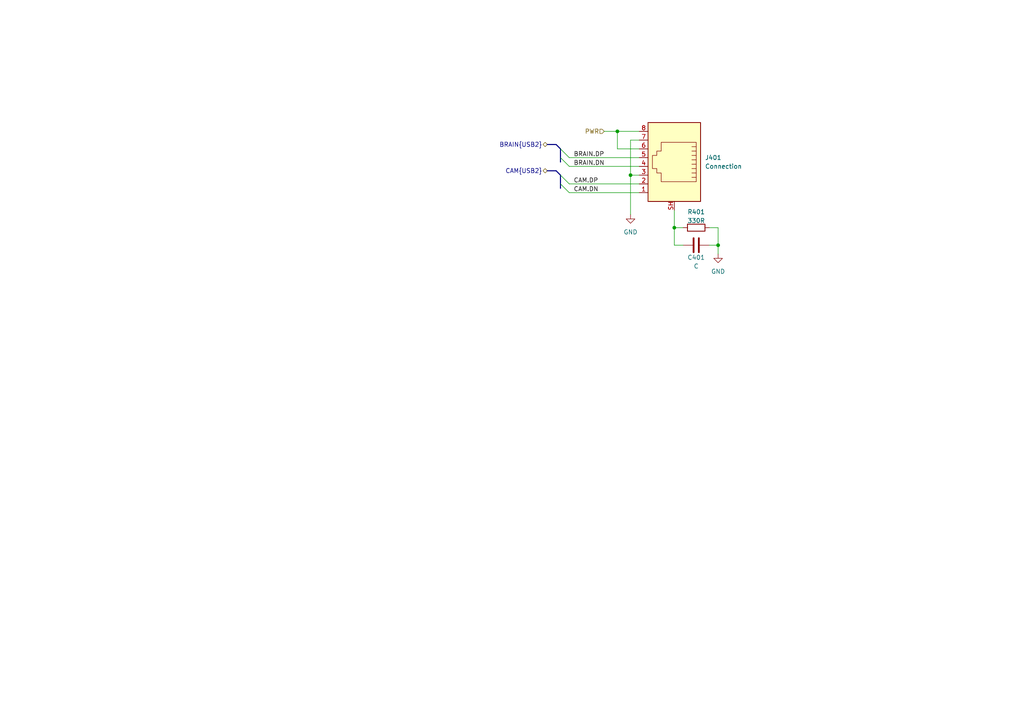
<source format=kicad_sch>
(kicad_sch (version 20250114) (generator "eeschema") (generator_version "9.0")
  (paper "A4")
  (lib_symbols
    (symbol "Connector:8P8C_Shielded" (pin_names (offset 1.016))
      (property "Reference" "J" (at -5.08 13.97 0))
      (property "Value" "8P8C_Shielded" (at 2.54 13.97 0))
      (symbol "8P8C_Shielded_0_1"
        (polyline (pts (xy -6.35 1.905) (xy -5.08 1.905) (xy -5.08 1.905)))
        (polyline (pts (xy -6.35 0.635) (xy -5.08 0.635) (xy -5.08 0.635)))
        (polyline (pts (xy -6.35 -0.635) (xy -5.08 -0.635) (xy -5.08 -0.635)))
        (polyline (pts (xy -6.35 -1.905) (xy -5.08 -1.905) (xy -5.08 -1.905)))
        (polyline (pts (xy -6.35 -3.175) (xy -5.08 -3.175) (xy -5.08 -3.175)))
        (polyline (pts (xy -6.35 -4.445) (xy -6.35 6.985) (xy 3.81 6.985) (xy 3.81 4.445) (xy 5.08 4.445) (xy 5.08 3.175) (xy 6.35 3.175) (xy 6.35 -0.635) (xy 5.08 -0.635) (xy 5.08 -1.905) (xy 3.81 -1.905) (xy 3.81 -4.445) (xy -6.35 -4.445) (xy -6.35 -4.445)))
        (polyline (pts (xy -5.08 5.715) (xy -6.35 5.715)))
        (polyline (pts (xy -5.08 4.445) (xy -6.35 4.445)))
        (polyline (pts (xy -5.08 3.175) (xy -6.35 3.175) (xy -6.35 3.175)))
        (rectangle (start 7.62 12.7) (end -7.62 -10.16) (stroke (width 0.254)) (fill (type background)))
      )
      (symbol "8P8C_Shielded_1_1"
        (pin passive line (at 0 -12.7 90) (length 2.54) (name "~") (number "SH"))
        (pin passive line (at 10.16 10.16 180) (length 2.54) (name "~") (number "8"))
        (pin passive line (at 10.16 7.62 180) (length 2.54) (name "~") (number "7"))
        (pin passive line (at 10.16 5.08 180) (length 2.54) (name "~") (number "6"))
        (pin passive line (at 10.16 2.54 180) (length 2.54) (name "~") (number "5"))
        (pin passive line (at 10.16 0 180) (length 2.54) (name "~") (number "4"))
        (pin passive line (at 10.16 -2.54 180) (length 2.54) (name "~") (number "3"))
        (pin passive line (at 10.16 -5.08 180) (length 2.54) (name "~") (number "2"))
        (pin passive line (at 10.16 -7.62 180) (length 2.54) (name "~") (number "1"))
      )
    )
    (symbol "Device:C" (pin_numbers (hide yes)) (pin_names (offset 0.254))
      (property "Reference" "C" (at 0.635 2.54 0))
      (property "Value" "C" (at 0.635 -2.54 0))
      (symbol "C_0_1"
        (polyline (pts (xy -2.032 0.762) (xy 2.032 0.762)) (stroke (width 0.508)))
        (polyline (pts (xy -2.032 -0.762) (xy 2.032 -0.762)) (stroke (width 0.508)))
      )
      (symbol "C_1_1"
        (pin passive line (at 0 3.81 270) (length 2.794) (name "~") (number "1"))
        (pin passive line (at 0 -3.81 90) (length 2.794) (name "~") (number "2"))
      )
    )
    (symbol "Device:R" (pin_numbers (hide yes)) (pin_names (offset 0))
      (property "Reference" "R" (at 2.032 0 90))
      (property "Value" "R" (at 0 0 90))
      (symbol "R_0_1"
        (rectangle (start -1.016 -2.54) (end 1.016 2.54) (stroke (width 0.254)))
      )
      (symbol "R_1_1"
        (pin passive line (at 0 3.81 270) (length 1.27) (name "~") (number "1"))
        (pin passive line (at 0 -3.81 90) (length 1.27) (name "~") (number "2"))
      )
    )
    (symbol "power:GND" (power) (pin_names (offset 0))
      (property "Value" "GND" (at 0 -3.81 0))
      (symbol "GND_0_1"
        (polyline (pts (xy 0 0) (xy 0 -1.27) (xy 1.27 -1.27) (xy 0 -2.54) (xy -1.27 -1.27) (xy 0 -1.27)))
      )
      (symbol "GND_1_1"
        (pin power_in line (at 0 0 270) (length 0) (hide yes) (name "GND") (number "1"))
      )
    )
  )
  (junction (at 179.07 38.1))
  (junction (at 195.58 66.04))
  (junction (at 182.88 50.8))
  (junction (at 208.28 71.12))
  (bus_entry (at 165.1 53.34) (size -2.54 -2.54))
  (bus_entry (at 165.1 45.72) (size -2.54 -2.54))
  (bus_entry (at 165.1 55.88) (size -2.54 -2.54))
  (bus_entry (at 165.1 48.26) (size -2.54 -2.54))
  (bus (pts (xy 162.56 50.8) (xy 161.29 49.53)))
  (wire (pts (xy 195.58 71.12) (xy 198.12 71.12)))
  (wire (pts (xy 165.1 48.26) (xy 185.42 48.26)))
  (wire (pts (xy 165.1 45.72) (xy 185.42 45.72)))
  (bus (pts (xy 162.56 43.18) (xy 162.56 45.72)))
  (wire (pts (xy 165.1 53.34) (xy 185.42 53.34)))
  (wire (pts (xy 182.88 40.64) (xy 182.88 50.8)))
  (bus (pts (xy 162.56 45.72) (xy 162.56 46.99)))
  (wire (pts (xy 195.58 60.96) (xy 195.58 66.04)))
  (wire (pts (xy 179.07 38.1) (xy 185.42 38.1)))
  (wire (pts (xy 208.28 71.12) (xy 208.28 73.66)))
  (bus (pts (xy 158.75 41.91) (xy 161.29 41.91)))
  (bus (pts (xy 162.56 50.8) (xy 162.56 53.34)))
  (wire (pts (xy 185.42 50.8) (xy 182.88 50.8)))
  (bus (pts (xy 162.56 43.18) (xy 161.29 41.91)))
  (wire (pts (xy 165.1 55.88) (xy 185.42 55.88)))
  (wire (pts (xy 179.07 43.18) (xy 179.07 38.1)))
  (wire (pts (xy 182.88 50.8) (xy 182.88 62.23)))
  (wire (pts (xy 205.74 66.04) (xy 208.28 66.04)))
  (wire (pts (xy 185.42 43.18) (xy 179.07 43.18)))
  (wire (pts (xy 195.58 66.04) (xy 195.58 71.12)))
  (wire (pts (xy 175.26 38.1) (xy 179.07 38.1)))
  (wire (pts (xy 185.42 40.64) (xy 182.88 40.64)))
  (wire (pts (xy 195.58 66.04) (xy 198.12 66.04)))
  (wire (pts (xy 205.74 71.12) (xy 208.28 71.12)))
  (bus (pts (xy 158.75 49.53) (xy 161.29 49.53)))
  (wire (pts (xy 208.28 66.04) (xy 208.28 71.12)))
  (bus (pts (xy 162.56 53.34) (xy 162.56 54.61)))
  (label "BRAIN.DP" (at 166.37 45.72 0))
  (label "CAM.DP" (at 166.37 53.34 0))
  (label "CAM.DN" (at 166.37 55.88 0))
  (label "BRAIN.DN" (at 166.37 48.26 0))
  (hierarchical_label "BRAIN{USB2}" (shape bidirectional) (at 158.75 41.91 180))
  (hierarchical_label "PWR" (shape input) (at 175.26 38.1 180))
  (hierarchical_label "CAM{USB2}" (shape bidirectional) (at 158.75 49.53 180))
  (symbol (lib_id "Connector:8P8C_Shielded") (at 195.58 48.26 0) (mirror y) (unit 1)
    (property "Reference" "J401" (at 204.47 45.72 0) (effects (justify right)))
    (property "Value" "Connection" (at 204.47 48.26 0) (effects (justify right)))
    (property "Footprint" "Droid:Connector_RJ45_SS-7188S-A-PG4-BA-50" (effects (hide yes)))
    (property "mpn" "SS-7188S-A-PG4-BA-50" (effects (hide yes)))
    (instances (project "linkertron" (path "" (reference "J401") (unit 1)) (path "" (reference "J501") (unit 1))))
  )
  (symbol (lib_id "Device:C") (at 201.93 71.12 90) (unit 1)
    (property "Reference" "C401" (at 201.93 74.676 90))
    (property "Value" "C" (at 201.93 77.216 90))
    (property "Footprint" "Droid:C_0603_HandSolder" (effects (hide yes)))
    (property "Description" "Unpolarized capacitor" (effects (hide yes)))
    (instances (project "" (path "" (reference "C401") (unit 1)) (path "" (reference "C501") (unit 1))))
  )
  (symbol (lib_id "power:GND") (at 182.88 62.23 0) (unit 1)
    (property "Reference" "#PWR0401" (effects (hide yes)))
    (property "Value" "GND" (at 182.88 67.31 0))
    (instances (project "linkertron" (path "" (reference "#PWR0401") (unit 1)) (path "" (reference "#PWR0501") (unit 1))))
  )
  (symbol (lib_id "power:GND") (at 208.28 73.66 0) (unit 1)
    (property "Reference" "#PWR0402" (effects (hide yes)))
    (property "Value" "GND" (at 208.28 78.74 0))
    (instances (project "linkertron" (path "" (reference "#PWR0402") (unit 1)) (path "" (reference "#PWR0403") (unit 1))))
  )
  (symbol (lib_id "Device:R") (at 201.93 66.04 90) (unit 1)
    (property "Reference" "R401" (at 201.93 61.468 90))
    (property "Value" "330R" (at 201.93 64.008 90))
    (property "Footprint" "Droid:R_0603_HandSolder" (effects (hide yes)))
    (property "Description" "Resistor" (effects (hide yes)))
    (property "mpn" "RC0603JR-07330RL" (effects (hide yes)))
    (instances (project "" (path "" (reference "R401") (unit 1)) (path "" (reference "R501") (unit 1))))
  )
)
</source>
